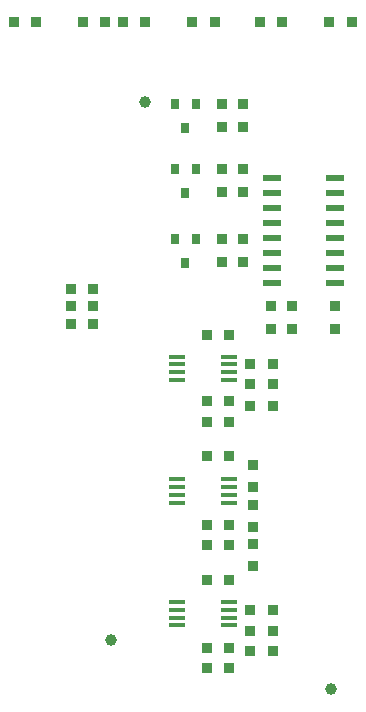
<source format=gtp>
G04*
G04 #@! TF.GenerationSoftware,Altium Limited,Altium Designer,20.0.11 (256)*
G04*
G04 Layer_Color=8421504*
%FSLAX44Y44*%
%MOMM*%
G71*
G01*
G75*
%ADD14C,1.0000*%
%ADD15R,0.9000X0.9000*%
%ADD16R,1.4500X0.4500*%
%ADD17R,1.5500X0.6000*%
%ADD18R,0.9000X0.9000*%
%ADD19R,0.8000X0.9000*%
D14*
X118000Y528000D02*
D03*
X89000Y73000D02*
D03*
X275000Y31000D02*
D03*
D15*
X7000Y596000D02*
D03*
X26000D02*
D03*
X65000D02*
D03*
X84000D02*
D03*
X99000D02*
D03*
X118000D02*
D03*
X74000Y340000D02*
D03*
X55000D02*
D03*
X74000Y355000D02*
D03*
X55000D02*
D03*
X74000Y370000D02*
D03*
X55000D02*
D03*
X158000Y596000D02*
D03*
X177000D02*
D03*
X215000D02*
D03*
X234000D02*
D03*
X274000D02*
D03*
X293000D02*
D03*
X226000Y80042D02*
D03*
X207000D02*
D03*
X189000Y49000D02*
D03*
X170000D02*
D03*
Y123000D02*
D03*
X189000D02*
D03*
Y153000D02*
D03*
X170000D02*
D03*
Y228542D02*
D03*
X189000D02*
D03*
X226000Y289000D02*
D03*
X207000D02*
D03*
X189000Y257000D02*
D03*
X170000D02*
D03*
Y331000D02*
D03*
X189000D02*
D03*
X226000Y63000D02*
D03*
X207000D02*
D03*
X189000Y66042D02*
D03*
X170000D02*
D03*
X207000Y98000D02*
D03*
X226000D02*
D03*
X189000Y170042D02*
D03*
X170000D02*
D03*
X226000Y271000D02*
D03*
X207000D02*
D03*
X189000Y275000D02*
D03*
X170000D02*
D03*
X207000Y306042D02*
D03*
X226000D02*
D03*
D16*
X189000Y85000D02*
D03*
Y91500D02*
D03*
Y98000D02*
D03*
Y104500D02*
D03*
X145000Y85000D02*
D03*
Y91500D02*
D03*
Y98000D02*
D03*
Y104500D02*
D03*
X189000Y189000D02*
D03*
Y195500D02*
D03*
Y202000D02*
D03*
Y208500D02*
D03*
X145000Y189000D02*
D03*
Y195500D02*
D03*
Y202000D02*
D03*
Y208500D02*
D03*
X189000Y293043D02*
D03*
Y299543D02*
D03*
Y306042D02*
D03*
Y312542D02*
D03*
X145000Y293043D02*
D03*
Y299543D02*
D03*
Y306042D02*
D03*
Y312542D02*
D03*
D17*
X225000Y463450D02*
D03*
Y450750D02*
D03*
Y438050D02*
D03*
Y425350D02*
D03*
Y412650D02*
D03*
Y399950D02*
D03*
Y387250D02*
D03*
Y374550D02*
D03*
X279000Y463450D02*
D03*
Y450750D02*
D03*
Y438050D02*
D03*
Y425350D02*
D03*
Y412650D02*
D03*
Y399950D02*
D03*
Y387250D02*
D03*
Y374550D02*
D03*
D18*
X183000Y412000D02*
D03*
Y393000D02*
D03*
X201000Y412000D02*
D03*
Y393000D02*
D03*
X183000Y471000D02*
D03*
Y452000D02*
D03*
X201000Y471000D02*
D03*
Y452000D02*
D03*
X183000Y526000D02*
D03*
Y507000D02*
D03*
X201000Y526000D02*
D03*
Y507000D02*
D03*
X209000Y168000D02*
D03*
Y187000D02*
D03*
X279000Y355000D02*
D03*
Y336000D02*
D03*
X209000Y154000D02*
D03*
Y135000D02*
D03*
Y202000D02*
D03*
Y221000D02*
D03*
X242000Y355000D02*
D03*
Y336000D02*
D03*
X224958Y355000D02*
D03*
Y336000D02*
D03*
D19*
X152000Y392000D02*
D03*
X143000Y412000D02*
D03*
X161000D02*
D03*
X152000Y451000D02*
D03*
X143000Y471000D02*
D03*
X161000D02*
D03*
X152000Y506000D02*
D03*
X143000Y526000D02*
D03*
X161000D02*
D03*
M02*

</source>
